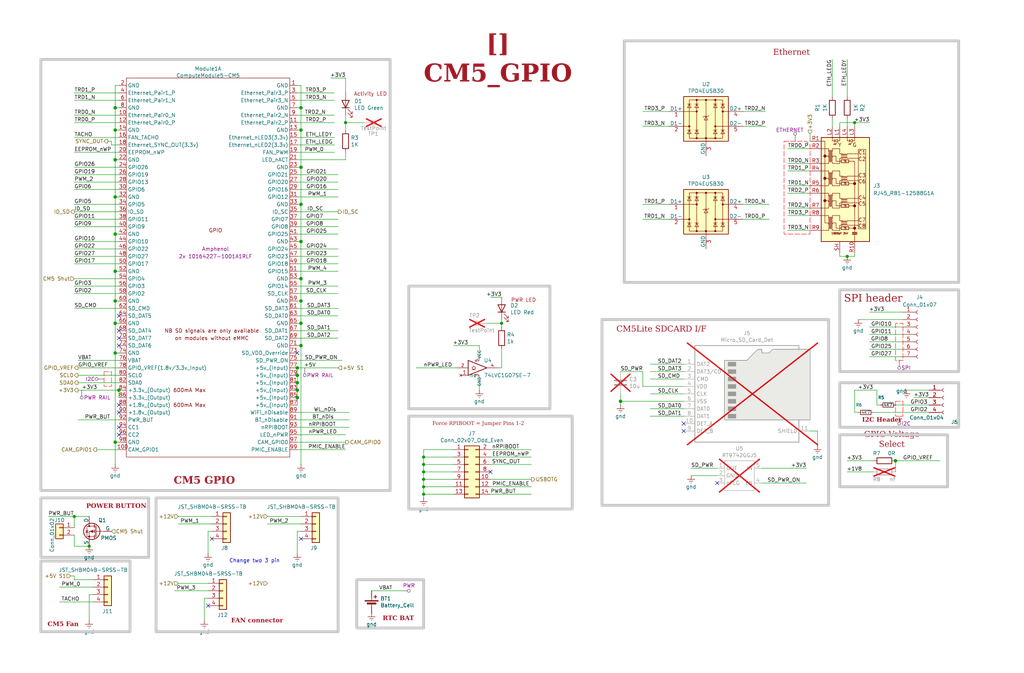
<source format=kicad_sch>
(kicad_sch (version 20250114) (generator "eeschema") (generator_version "9.0")
  (paper "User" 350 230)
  (title_block (title "CM5_GPIO") (date "Last Modified Date") (rev "${REVISION}") (company "${COMPANY}"))
  (rectangle (start 287.02 148.59) (end 323.85 166.37) (stroke (width 1) (color 200 200 200 1)))
  (rectangle (start 13.97 191.77) (end 44.45 215.9) (stroke (width 1) (color 200 200 200 1)))
  (rectangle (start 139.7 97.79) (end 187.96 139.7) (stroke (width 1) (color 200 200 200 1)))
  (rectangle (start 13.97 20.32) (end 133.35 167.64) (stroke (width 1) (color 200 200 200 1)))
  (rectangle (start 205.74 109.22) (end 283.21 172.72) (stroke (width 1) (color 200 200 200 1)))
  (rectangle (start 13.97 170.18) (end 50.8 190.5) (stroke (width 1) (color 200 200 200 1)))
  (rectangle (start 121.92 198.12) (end 144.78 214.63) (stroke (width 1) (color 200 200 200 1)))
  (rectangle (start 139.7 142.24) (end 195.58 173.99) (stroke (width 1) (color 200 200 200 1)))
  (rectangle (start 287.02 130.81) (end 327.66 146.05) (stroke (width 1) (color 200 200 200 1)))
  (rectangle (start 53.34 170.18) (end 115.57 215.9) (stroke (width 1) (color 200 200 200 1)))
  (rectangle (start 287.02 99.06) (end 327.66 127) (stroke (width 1) (color 200 200 200 1)))
  (rectangle (start 213.36 13.97) (end 327.66 96.52) (stroke (width 1) (color 200 200 200 1)))
  (text "Force RPIBOOT = Jumper Pins 1-2 \n" (at 179.705 146.05 0) (effects (font (size 1.27 1.27)) (justify right bottom)))
  (text "Activity LED" (at 120.904 33.02 0) (effects (font (size 1.27 1.27)) (justify left bottom)))
  (text "Change two 3 pin" (at 86.995 191.77 0) (effects (font (size 1.27 1.27))))
  (text "PWR LED" (at 174.625 103.505 0) (effects (font (size 1.27 1.27)) (justify left bottom)))
  (text "POWER BUTTON" (at 29.464 174.498 0) (effects (font (size 1.524 1.524) (bold yes)) (justify left bottom)))
  (text "I2C Header\n" (at 294.64 145.034 0) (effects (font (size 1.524 1.524) (bold yes)) (justify left bottom)))
  (text "FAN connector\n" (at 78.994 213.614 0) (effects (font (size 1.524 1.524) (bold yes)) (justify left bottom)))
  (text "CM5 Fan\n" (at 16.256 214.884 0) (effects (font (size 1.524 1.524) (bold yes)) (justify left bottom)))
  (text "RTC BAT" (at 130.81 212.852 0) (effects (font (size 1.524 1.524) (bold yes)) (justify left bottom)))
  (text_box "GPIO Voltage Select" (at 290.83 145.415 0) (size 27.94 9.525) (margins 1.9049 1.9049 1.9049 1.9049) (stroke (width -0.0001)) (effects (font (size 2 2) (thickness 0.3175)) (justify bottom)))
  (text_box "CM5Lite SDCARD I/F" (at 205.74 106.045 0) (size 40.64 9.525) (margins 1.9049 1.9049 1.9049 1.9049) (stroke (width -0.0001)) (effects (font (size 2 2) (thickness 0.3175)) (justify bottom)))
  (text_box "CM5 GPIO" (at -25.4 160.02 0) (size 190.5 7.62) (margins 1.9049 1.9049 1.9049 1.9049) (stroke (width -0.0001)) (effects (font (size 2.54 2.54) (thickness 0.508) (bold yes)) (justify bottom)))
  (text_box "SPI header\n" (at 276.86 95.885 0) (size 43.18 9.525) (margins 1.9049 1.9049 1.9049 1.9049) (stroke (width -0.0001)) (effects (font (size 2.54 2.54) (thickness 0.3175)) (justify bottom)))
  (text_box "[${#}] ${TITLE}" (at 134.62 13.97 0) (size 71.12 12.7) (margins 5.9999 5.9999 5.9999 5.9999) (stroke (width -0.0001)) (effects (font (size 6 6) (thickness 1.2) (bold yes))))
  (text_box "Ethernet\n" (at 256.54 11.43 0) (size 27.94 9.525) (margins 1.9049 1.9049 1.9049 1.9049) (stroke (width -0.0001)) (effects (font (size 2 2) (thickness 0.3175)) (justify bottom)))
  (junction (at 102.87 82.55) (diameter 1.016))
  (junction (at 39.37 54.61) (diameter 1.016))
  (junction (at 292.1 41.91))
  (junction (at 118.11 41.91))
  (junction (at 102.87 110.49) (diameter 1.016))
  (junction (at 144.78 156.21))
  (junction (at 144.78 166.37))
  (junction (at 101.6 125.73) (diameter 1.016))
  (junction (at 306.07 157.48) (diameter 1.016))
  (junction (at 212.09 137.16) (diameter 1.016))
  (junction (at 39.37 67.31) (diameter 1.016))
  (junction (at 102.87 69.85) (diameter 1.016))
  (junction (at 40.64 133.35) (diameter 1.016))
  (junction (at 30.48 186.69))
  (junction (at 25.4 176.53))
  (junction (at 102.87 44.45) (diameter 1.016))
  (junction (at 101.6 135.89) (diameter 1.016))
  (junction (at 39.37 151.13) (diameter 1.016))
  (junction (at 144.78 163.83))
  (junction (at 39.37 80.01) (diameter 1.016))
  (junction (at 39.37 44.45) (diameter 1.016))
  (junction (at 102.87 57.15) (diameter 1.016))
  (junction (at 102.87 95.25) (diameter 1.016))
  (junction (at 144.78 158.75))
  (junction (at 101.6 130.81) (diameter 1.016))
  (junction (at 102.87 102.87) (diameter 1.016))
  (junction (at 289.56 87.63))
  (junction (at 39.37 92.71) (diameter 1.016))
  (junction (at 39.37 120.65) (diameter 1.016))
  (junction (at 101.6 128.27) (diameter 1.016))
  (junction (at 102.87 118.11) (diameter 1.016))
  (junction (at 39.37 110.49) (diameter 1.016))
  (junction (at 39.37 36.83) (diameter 1.016))
  (junction (at 39.37 102.87) (diameter 1.016))
  (junction (at 102.87 36.83) (diameter 1.016))
  (junction (at 144.78 168.91))
  (junction (at 101.6 133.35) (diameter 1.016))
  (junction (at 144.78 161.29))
  (junction (at 171.45 110.49))
  (no_connect (at 40.64 148.59))
  (no_connect (at 102.87 184.15))
  (no_connect (at 233.68 144.78))
  (no_connect (at 40.64 107.95))
  (no_connect (at 40.64 115.57))
  (no_connect (at 72.39 184.15))
  (no_connect (at 245.11 165.1))
  (no_connect (at 101.6 120.65))
  (no_connect (at 40.64 146.05))
  (no_connect (at 71.12 207.01))
  (no_connect (at 40.64 113.03))
  (no_connect (at 233.68 147.32))
  (no_connect (at 40.64 138.43))
  (no_connect (at 40.64 140.97))
  (no_connect (at 40.64 118.11))
  (no_connect (at 167.64 161.29))
  (wire (pts (xy 306.07 157.48) (xy 306.07 161.29)))
  (wire (pts (xy 16.51 176.53) (xy 25.4 176.53)))
  (wire (pts (xy 163.83 128.27) (xy 163.83 133.35)))
  (wire (pts (xy 101.6 102.87) (xy 102.87 102.87)))
  (wire (pts (xy 102.87 118.11) (xy 102.87 158.75)))
  (wire (pts (xy 101.6 62.23) (xy 115.57 62.23)))
  (wire (pts (xy 40.64 29.21) (xy 39.37 29.21)))
  (wire (pts (xy 102.87 29.21) (xy 102.87 36.83)))
  (wire (pts (xy 167.64 153.67) (xy 181.61 153.67)))
  (wire (pts (xy 144.78 166.37) (xy 154.94 166.37)))
  (wire (pts (xy 101.6 59.69) (xy 115.57 59.69)))
  (wire (pts (xy 26.67 133.35) (xy 40.64 133.35)))
  (wire (pts (xy 233.68 127) (xy 222.25 127)))
  (wire (pts (xy 91.44 179.07) (xy 102.87 179.07)))
  (wire (pts (xy 101.6 54.61) (xy 118.11 54.61)))
  (wire (pts (xy 39.37 102.87) (xy 40.64 102.87)))
  (wire (pts (xy 297.18 121.92) (xy 308.61 121.92)))
  (wire (pts (xy 101.6 67.31) (xy 115.57 67.31)))
  (wire (pts (xy 102.87 95.25) (xy 102.87 102.87)))
  (wire (pts (xy 101.6 146.05) (xy 119.38 146.05)))
  (wire (pts (xy 102.87 181.61) (xy 101.6 181.61)))
  (wire (pts (xy 25.4 62.23) (xy 40.64 62.23)))
  (wire (pts (xy 276.86 66.04) (xy 269.24 66.04)))
  (wire (pts (xy 25.4 176.53) (xy 25.4 180.34)))
  (wire (pts (xy 289.56 40.64) (xy 289.56 43.18)))
  (wire (pts (xy 306.07 157.48) (xy 321.31 157.48)))
  (wire (pts (xy 26.67 130.81) (xy 40.64 130.81)))
  (wire (pts (xy 144.78 156.21) (xy 154.94 156.21)))
  (wire (pts (xy 233.68 142.24) (xy 222.25 142.24)))
  (wire (pts (xy 144.78 163.83) (xy 144.78 166.37)))
  (wire (pts (xy 284.48 20.32) (xy 284.48 33.02)))
  (wire (pts (xy 25.4 31.75) (xy 40.64 31.75)))
  (wire (pts (xy 101.6 64.77) (xy 115.57 64.77)))
  (wire (pts (xy 309.88 133.35) (xy 317.5 133.35)))
  (wire (pts (xy 297.18 116.84) (xy 308.61 116.84)))
  (wire (pts (xy 254 38.1) (xy 261.62 38.1)))
  (wire (pts (xy 59.69 201.93) (xy 71.12 201.93)))
  (wire (pts (xy 245.11 162.56) (xy 236.22 162.56)))
  (wire (pts (xy 171.45 101.6) (xy 167.64 101.6)))
  (wire (pts (xy 25.4 90.17) (xy 40.64 90.17)))
  (wire (pts (xy 289.56 20.32) (xy 289.56 33.02)))
  (wire (pts (xy 25.4 85.09) (xy 40.64 85.09)))
  (wire (pts (xy 297.18 111.76) (xy 308.61 111.76)))
  (wire (pts (xy 167.64 163.83) (xy 181.61 163.83)))
  (wire (pts (xy 167.64 158.75) (xy 181.61 158.75)))
  (wire (pts (xy 25.4 34.29) (xy 40.64 34.29)))
  (wire (pts (xy 101.6 140.97) (xy 119.38 140.97)))
  (wire (pts (xy 289.56 87.63) (xy 287.02 87.63)))
  (wire (pts (xy 72.39 181.61) (xy 71.12 181.61)))
  (wire (pts (xy 219.71 38.1) (xy 228.6 38.1)))
  (wire (pts (xy 276.86 78.74) (xy 269.24 78.74)))
  (wire (pts (xy 101.6 52.07) (xy 114.3 52.07)))
  (wire (pts (xy 101.6 74.93) (xy 115.57 74.93)))
  (wire (pts (xy 292.1 133.35) (xy 292.1 140.97)))
  (wire (pts (xy 298.45 140.97) (xy 317.5 140.97)))
  (wire (pts (xy 39.37 151.13) (xy 39.37 158.75)))
  (wire (pts (xy 33.02 153.67) (xy 40.64 153.67)))
  (wire (pts (xy 260.35 165.1) (xy 275.59 165.1)))
  (wire (pts (xy 25.4 77.47) (xy 40.64 77.47)))
  (wire (pts (xy 163.83 118.11) (xy 154.94 118.11)))
  (wire (pts (xy 127 201.93) (xy 137.16 201.93)))
  (wire (pts (xy 293.37 109.22) (xy 308.61 109.22)))
  (wire (pts (xy 102.87 69.85) (xy 102.87 82.55)))
  (wire (pts (xy 144.78 153.67) (xy 154.94 153.67)))
  (wire (pts (xy 40.64 151.13) (xy 39.37 151.13)))
  (wire (pts (xy 276.86 55.88) (xy 269.24 55.88)))
  (wire (pts (xy 297.18 119.38) (xy 308.61 119.38)))
  (wire (pts (xy 25.4 52.07) (xy 40.64 52.07)))
  (wire (pts (xy 101.6 128.27) (xy 101.6 130.81)))
  (wire (pts (xy 25.4 64.77) (xy 40.64 64.77)))
  (wire (pts (xy 69.85 204.47) (xy 69.85 212.09)))
  (wire (pts (xy 39.37 92.71) (xy 39.37 102.87)))
  (wire (pts (xy 38.1 48.26) (xy 38.1 49.53)))
  (wire (pts (xy 26.67 125.73) (xy 40.64 125.73)))
  (wire (pts (xy 24.13 196.85) (xy 25.4 196.85)))
  (wire (pts (xy 276.86 50.8) (xy 269.24 50.8)))
  (wire (pts (xy 25.4 196.85) (xy 25.4 198.12)))
  (wire (pts (xy 297.18 106.68) (xy 308.61 106.68)))
  (wire (pts (xy 102.87 110.49) (xy 102.87 118.11)))
  (wire (pts (xy 219.71 132.08) (xy 219.71 127)))
  (wire (pts (xy 101.6 36.83) (xy 102.87 36.83)))
  (wire (pts (xy 254 74.93) (xy 262.89 74.93)))
  (wire (pts (xy 39.37 54.61) (xy 39.37 67.31)))
  (wire (pts (xy 101.6 72.39) (xy 115.57 72.39)))
  (wire (pts (xy 25.4 176.53) (xy 30.48 176.53)))
  (wire (pts (xy 101.6 118.11) (xy 102.87 118.11)))
  (wire (pts (xy 292.1 41.91) (xy 292.1 43.18)))
  (wire (pts (xy 25.4 69.85) (xy 40.64 69.85)))
  (wire (pts (xy 25.4 87.63) (xy 40.64 87.63)))
  (wire (pts (xy 101.6 143.51) (xy 119.38 143.51)))
  (wire (pts (xy 25.4 105.41) (xy 40.64 105.41)))
  (wire (pts (xy 39.37 110.49) (xy 39.37 120.65)))
  (wire (pts (xy 25.4 39.37) (xy 40.64 39.37)))
  (wire (pts (xy 39.37 80.01) (xy 39.37 92.71)))
  (wire (pts (xy 144.78 166.37) (xy 144.78 168.91)))
  (wire (pts (xy 171.45 110.49) (xy 171.45 111.76)))
  (wire (pts (xy 113.03 26.67) (xy 118.11 26.67)))
  (wire (pts (xy 144.78 153.67) (xy 144.78 156.21)))
  (wire (pts (xy 306.07 138.43) (xy 317.5 138.43)))
  (wire (pts (xy 102.87 44.45) (xy 102.87 57.15)))
  (wire (pts (xy 101.6 57.15) (xy 102.87 57.15)))
  (wire (pts (xy 101.6 130.81) (xy 101.6 133.35)))
  (wire (pts (xy 101.6 181.61) (xy 101.6 189.23)))
  (wire (pts (xy 101.6 44.45) (xy 102.87 44.45)))
  (wire (pts (xy 101.6 153.67) (xy 118.11 153.67)))
  (wire (pts (xy 101.6 115.57) (xy 115.57 115.57)))
  (wire (pts (xy 300.99 138.43) (xy 299.72 138.43)))
  (wire (pts (xy 219.71 43.18) (xy 228.6 43.18)))
  (wire (pts (xy 144.78 156.21) (xy 144.78 158.75)))
  (wire (pts (xy 101.6 151.13) (xy 118.11 151.13)))
  (wire (pts (xy 276.86 147.32) (xy 279.4 147.32)))
  (wire (pts (xy 144.78 168.91) (xy 144.78 170.18)))
  (wire (pts (xy 101.6 107.95) (xy 115.57 107.95)))
  (wire (pts (xy 292.1 87.63) (xy 289.56 87.63)))
  (wire (pts (xy 26.67 143.51) (xy 40.64 143.51)))
  (wire (pts (xy 228.6 74.93) (xy 219.71 74.93)))
  (wire (pts (xy 25.4 82.55) (xy 40.64 82.55)))
  (wire (pts (xy 101.6 87.63) (xy 115.57 87.63)))
  (wire (pts (xy 40.64 44.45) (xy 39.37 44.45)))
  (wire (pts (xy 39.37 67.31) (xy 40.64 67.31)))
  (wire (pts (xy 297.18 114.3) (xy 308.61 114.3)))
  (wire (pts (xy 101.6 49.53) (xy 114.3 49.53)))
  (wire (pts (xy 40.64 36.83) (xy 39.37 36.83)))
  (wire (pts (xy 39.37 110.49) (xy 40.64 110.49)))
  (wire (pts (xy 171.45 109.22) (xy 171.45 110.49)))
  (wire (pts (xy 25.4 41.91) (xy 40.64 41.91)))
  (wire (pts (xy 39.37 102.87) (xy 39.37 110.49)))
  (wire (pts (xy 25.4 100.33) (xy 40.64 100.33)))
  (wire (pts (xy 36.83 48.26) (xy 38.1 48.26)))
  (wire (pts (xy 212.09 137.16) (xy 233.68 137.16)))
  (wire (pts (xy 39.37 54.61) (xy 40.64 54.61)))
  (wire (pts (xy 212.09 127) (xy 219.71 127)))
  (wire (pts (xy 25.4 97.79) (xy 40.64 97.79)))
  (wire (pts (xy 25.4 46.99) (xy 40.64 46.99)))
  (wire (pts (xy 25.4 72.39) (xy 40.64 72.39)))
  (wire (pts (xy 25.4 186.69) (xy 30.48 186.69)))
  (wire (pts (xy 144.78 161.29) (xy 154.94 161.29)))
  (wire (pts (xy 276.86 58.42) (xy 269.24 58.42)))
  (wire (pts (xy 101.6 41.91) (xy 114.3 41.91)))
  (wire (pts (xy 102.87 82.55) (xy 102.87 95.25)))
  (wire (pts (xy 254 69.85) (xy 262.89 69.85)))
  (wire (pts (xy 101.6 125.73) (xy 101.6 128.27)))
  (wire (pts (xy 171.45 119.38) (xy 171.45 125.73)))
  (wire (pts (xy 39.37 67.31) (xy 39.37 80.01)))
  (wire (pts (xy 101.6 29.21) (xy 102.87 29.21)))
  (wire (pts (xy 101.6 77.47) (xy 115.57 77.47)))
  (wire (pts (xy 222.25 124.46) (xy 233.68 124.46)))
  (wire (pts (xy 20.32 205.74) (xy 31.75 205.74)))
  (wire (pts (xy 101.6 133.35) (xy 101.6 135.89)))
  (wire (pts (xy 144.78 158.75) (xy 144.78 161.29)))
  (wire (pts (xy 115.57 105.41) (xy 101.6 105.41)))
  (wire (pts (xy 276.86 73.66) (xy 269.24 73.66)))
  (wire (pts (xy 212.09 137.16) (xy 212.09 138.43)))
  (wire (pts (xy 102.87 57.15) (xy 102.87 69.85)))
  (wire (pts (xy 118.11 41.91) (xy 124.46 41.91)))
  (wire (pts (xy 287.02 43.18) (xy 287.02 41.91)))
  (wire (pts (xy 233.68 132.08) (xy 219.71 132.08)))
  (wire (pts (xy 279.4 147.32) (xy 279.4 152.4)))
  (wire (pts (xy 101.6 123.19) (xy 116.84 123.19)))
  (wire (pts (xy 26.67 123.19) (xy 40.64 123.19)))
  (wire (pts (xy 101.6 135.89) (xy 101.6 138.43)))
  (wire (pts (xy 144.78 158.75) (xy 154.94 158.75)))
  (wire (pts (xy 219.71 69.85) (xy 228.6 69.85)))
  (wire (pts (xy 101.6 110.49) (xy 102.87 110.49)))
  (wire (pts (xy 26.67 128.27) (xy 40.64 128.27)))
  (wire (pts (xy 289.56 161.29) (xy 298.45 161.29)))
  (wire (pts (xy 167.64 166.37) (xy 181.61 166.37)))
  (wire (pts (xy 297.18 41.91) (xy 292.1 41.91)))
  (wire (pts (xy 39.37 36.83) (xy 39.37 44.45)))
  (wire (pts (xy 101.6 34.29) (xy 114.3 34.29)))
  (wire (pts (xy 144.78 163.83) (xy 154.94 163.83)))
  (wire (pts (xy 31.75 203.2) (xy 30.48 203.2)))
  (wire (pts (xy 312.42 135.89) (xy 317.5 135.89)))
  (wire (pts (xy 144.78 168.91) (xy 154.94 168.91)))
  (wire (pts (xy 289.56 157.48) (xy 298.45 157.48)))
  (wire (pts (xy 166.37 110.49) (xy 171.45 110.49)))
  (wire (pts (xy 299.72 138.43) (xy 299.72 133.35)))
  (wire (pts (xy 39.37 120.65) (xy 39.37 151.13)))
  (wire (pts (xy 101.6 97.79) (xy 115.57 97.79)))
  (wire (pts (xy 101.6 148.59) (xy 118.11 148.59)))
  (wire (pts (xy 25.4 198.12) (xy 31.75 198.12)))
  (wire (pts (xy 39.37 92.71) (xy 40.64 92.71)))
  (wire (pts (xy 101.6 39.37) (xy 114.3 39.37)))
  (wire (pts (xy 212.09 134.62) (xy 212.09 137.16)))
  (wire (pts (xy 101.6 31.75) (xy 114.3 31.75)))
  (wire (pts (xy 171.45 125.73) (xy 170.18 125.73)))
  (wire (pts (xy 167.64 168.91) (xy 181.61 168.91)))
  (wire (pts (xy 39.37 120.65) (xy 40.64 120.65)))
  (wire (pts (xy 118.11 44.45) (xy 118.11 41.91)))
  (wire (pts (xy 142.24 125.73) (xy 156.21 125.73)))
  (wire (pts (xy 101.6 92.71) (xy 115.57 92.71)))
  (wire (pts (xy 292.1 86.36) (xy 292.1 87.63)))
  (wire (pts (xy 284.48 40.64) (xy 284.48 43.18)))
  (wire (pts (xy 118.11 54.61) (xy 118.11 52.07)))
  (wire (pts (xy 101.6 69.85) (xy 102.87 69.85)))
  (wire (pts (xy 163.83 123.19) (xy 163.83 118.11)))
  (wire (pts (xy 222.25 139.7) (xy 233.68 139.7)))
  (wire (pts (xy 101.6 46.99) (xy 114.3 46.99)))
  (wire (pts (xy 25.4 74.93) (xy 40.64 74.93)))
  (wire (pts (xy 222.25 129.54) (xy 233.68 129.54)))
  (wire (pts (xy 25.4 57.15) (xy 40.64 57.15)))
  (wire (pts (xy 299.72 133.35) (xy 292.1 133.35)))
  (wire (pts (xy 40.64 135.89) (xy 40.64 133.35)))
  (wire (pts (xy 20.32 200.66) (xy 31.75 200.66)))
  (wire (pts (xy 101.6 82.55) (xy 102.87 82.55)))
  (wire (pts (xy 71.12 204.47) (xy 69.85 204.47)))
  (wire (pts (xy 276.86 45.72) (xy 276.86 48.26)))
  (wire (pts (xy 101.6 95.25) (xy 102.87 95.25)))
  (wire (pts (xy 101.6 85.09) (xy 115.57 85.09)))
  (wire (pts (xy 39.37 44.45) (xy 39.37 54.61)))
  (wire (pts (xy 254 43.18) (xy 261.62 43.18)))
  (wire (pts (xy 144.78 161.29) (xy 144.78 163.83)))
  (wire (pts (xy 39.37 80.01) (xy 40.64 80.01)))
  (wire (pts (xy 118.11 41.91) (xy 118.11 39.37)))
  (wire (pts (xy 25.4 95.25) (xy 40.64 95.25)))
  (wire (pts (xy 245.11 160.02) (xy 236.22 160.02)))
  (wire (pts (xy 101.6 90.17) (xy 115.57 90.17)))
  (wire (pts (xy 276.86 63.5) (xy 269.24 63.5)))
  (wire (pts (xy 118.11 26.67) (xy 118.11 31.75)))
  (wire (pts (xy 30.48 203.2) (xy 30.48 212.09)))
  (wire (pts (xy 287.02 41.91) (xy 292.1 41.91)))
  (wire (pts (xy 102.87 102.87) (xy 102.87 110.49)))
  (wire (pts (xy 292.1 140.97) (xy 293.37 140.97)))
  (wire (pts (xy 167.64 156.21) (xy 181.61 156.21)))
  (wire (pts (xy 233.68 134.62) (xy 222.25 134.62)))
  (wire (pts (xy 25.4 59.69) (xy 40.64 59.69)))
  (wire (pts (xy 287.02 87.63) (xy 287.02 86.36)))
  (wire (pts (xy 115.57 100.33) (xy 101.6 100.33)))
  (wire (pts (xy 25.4 182.88) (xy 25.4 186.69)))
  (wire (pts (xy 91.44 176.53) (xy 102.87 176.53)))
  (wire (pts (xy 39.37 29.21) (xy 39.37 36.83)))
  (wire (pts (xy 276.86 71.12) (xy 269.24 71.12)))
  (wire (pts (xy 60.96 199.39) (xy 71.12 199.39)))
  (wire (pts (xy 71.12 181.61) (xy 71.12 189.23)))
  (wire (pts (xy 101.6 125.73) (xy 115.57 125.73)))
  (wire (pts (xy 115.57 113.03) (xy 101.6 113.03)))
  (wire (pts (xy 260.35 160.02) (xy 275.59 160.02)))
  (wire (pts (xy 101.6 80.01) (xy 115.57 80.01)))
  (wire (pts (xy 102.87 36.83) (xy 102.87 44.45)))
  (wire (pts (xy 38.1 49.53) (xy 40.64 49.53)))
  (wire (pts (xy 60.96 179.07) (xy 72.39 179.07)))
  (wire (pts (xy 60.96 176.53) (xy 72.39 176.53)))
  (label "GPIO25" (at 111.76 80.01 180))
  (label "ETH_LEDY" (at 104.394 46.99 0))
  (label "GPIO25" (at 304.8 119.38 180))
  (label "GPIO9" (at 25.4 77.47 0))
  (label "GPIO10" (at 25.4 82.55 0))
  (label "WL_nDis" (at 114.935 140.97 180))
  (label "PMIC_ENABLE" (at 118.11 153.67 180))
  (label "TRD3_N" (at 269.24 78.74 0))
  (label "SYNC_OUT" (at 177.8 158.75 180))
  (label "" (at 149.86 163.83 180))
  (label "GPIO6" (at 25.4 64.77 0))
  (label "GPIO_VREF" (at 26.67 125.73 0))
  (label "TRD1_N" (at 25.4 34.29 0))
  (label "TRD3_P" (at 269.24 73.66 0))
  (label "SD_DAT2" (at 224.79 124.46 0))
  (label "+3V3" (at 298.45 133.35 180))
  (label "TRD2_N" (at 104.14 39.37 0))
  (label "GPIO20" (at 111.76 62.23 180))
  (label "ETH_LEDG" (at 284.48 20.32 270))
  (label "SD_DAT0" (at 113.03 107.95 180))
  (label "+1V8" (at 294.64 161.29 180))
  (label "" (at 149.86 153.67 180))
  (label "TRD3_N" (at 104.394 34.29 0))
  (label "ETH_LEDG" (at 104.394 49.53 0))
  (label "+3V3" (at 317.5 135.89 180))
  (label "TRD3_P" (at 104.394 31.75 0))
  (label "SD_CMD" (at 25.4 105.41 0))
  (label "" (at 149.86 158.75 180))
  (label "GPIO_VREF" (at 308.61 157.48 0))
  (label "EEPROM_nWP" (at 25.4 52.07 0))
  (label "TRD1_N" (at 269.24 63.5 0))
  (label "SD_DAT2" (at 113.03 115.57 180))
  (label "PWR_BUT" (at 28.956 143.51 0))
  (label "TACHO" (at 20.955 205.74 0))
  (label "TRD2_P" (at 104.394 41.91 0))
  (label "BT_nDis" (at 114.1476 143.51 180))
  (label "GPIO16" (at 111.76 64.77 180))
  (label "GPIO18" (at 111.76 90.17 180))
  (label "TRD2_N" (at 269.24 71.12 0))
  (label "PWM_2" (at 25.4 62.23 0))
  (label "GPIO3" (at 311.15 138.43 0))
  (label "nRPIBOOT" (at 105.41 146.05 0))
  (label "GPIO21" (at 111.76 59.69 180))
  (label "TRD0_P" (at 25.4 41.91 0))
  (label "+3V3" (at 297.18 41.91 180))
  (label "+3V3" (at 275.59 160.02 180))
  (label "TRD0_N" (at 25.4 39.37 0))
  (label "TRD2_P" (at 261.62 43.18 180))
  (label "PWM_0" (at 20.955 200.66 0))
  (label "PWM_1" (at 61.595 179.07 0))
  (label "PWR_BUT" (at 167.64 168.91 0))
  (label "SD_CMD" (at 224.79 129.54 0))
  (label "SD_PWR" (at 236.22 160.02 0))
  (label "" (at 149.86 166.37 180))
  (label "GPIO11" (at 25.4 74.93 0))
  (label "+5V" (at 107.95 125.73 180))
  (label "TRD1_P" (at 227.33 69.85 180))
  (label "SD_DAT3" (at 224.79 127 0))
  (label "+3V3" (at 294.64 157.48 180))
  (label "SD_PWR_ON" (at 104.14 123.19 0))
  (label "TACHO" (at 25.4 46.99 0))
  (label "TRD3_P" (at 227.33 38.1 180))
  (label "TRD1_P" (at 25.4 31.75 0))
  (label "PWM_0" (at 104.14 52.07 0))
  (label "ID_SD" (at 25.4 72.39 0))
  (label "SD_DAT0" (at 224.79 139.7 0))
  (label "" (at 149.86 161.29 180))
  (label "SD_DAT1" (at 224.79 142.24 0))
  (label "ETH_LEDY" (at 289.56 20.32 270))
  (label "GPIO17" (at 25.4 90.17 0))
  (label "GPIO27" (at 25.4 87.63 0))
  (label "GPIO23" (at 111.76 87.63 180))
  (label "GPIO5" (at 25.4 69.85 0))
  (label "TRD1_N" (at 227.33 74.93 180))
  (label "GPIO11" (at 304.8 114.3 180))
  (label "SD_DAT1" (at 113.03 113.03 180))
  (label "+3V3" (at 302.26 106.68 180))
  (label "TRD0_N" (at 269.24 55.88 0))
  (label "VBAT" (at 26.67 123.19 0))
  (label "" (at 149.86 168.91 180))
  (label "nPWR_LED" (at 105.41 148.59 0))
  (label "GPIO3" (at 25.4 97.79 0))
  (label "PWM_4" (at 111.76 92.71 180))
  (label "GPIO19" (at 25.4 59.69 0))
  (label "SD_CLK" (at 224.79 134.62 0))
  (label "GPIO26" (at 25.4 57.15 0))
  (label "TRD3_N" (at 227.33 43.18 180))
  (label "VBAT" (at 129.54 201.93 0))
  (label "+3V3" (at 118.11 26.67 180))
  (label "TRD2_N" (at 261.62 38.1 180))
  (label "PMIC_ENABLE" (at 180.975 166.37 180))
  (label "TRD0_N" (at 261.62 69.85 180))
  (label "+3V3" (at 160.02 118.11 180))
  (label "nPWR_LED" (at 144.78 125.73 0))
  (label "PWM_3" (at 111.76 97.79 180))
  (label "SD_CLK" (at 111.76 100.33 180))
  (label "GPIO8" (at 303.53 116.84 180))
  (label "nRPIBOOT" (at 177.546 153.67 180))
  (label "+3V3" (at 171.45 101.6 180))
  (label "PWR_BUT" (at 16.51 176.53 0))
  (label "GPIO24" (at 111.76 85.09 180))
  (label "TRD0_P" (at 269.24 50.8 0))
  (label "GPIO7" (at 110.49 74.93 180))
  (label "TRD0_P" (at 261.62 74.93 180))
  (label "SD_DAT3" (at 113.03 105.41 180))
  (label "PWM_1" (at 111.76 67.31 180))
  (label "EEPROM_nWP" (at 180.848 156.21 180))
  (label "PWM_2" (at 92.075 179.07 0))
  (label "GPIO2" (at 25.4 100.33 0))
  (label "GPIO22" (at 25.4 85.09 0))
  (label "GPIO27" (at 304.8 121.92 180))
  (label "GPIO2" (at 311.15 140.97 0))
  (label "GPIO8" (at 110.49 77.47 180))
  (label "PWM_3" (at 60.325 201.93 0))
  (label "ID_SC" (at 110.49 72.39 180))
  (label "TRD2_P" (at 269.24 66.04 0))
  (label "GPIO10" (at 304.8 111.76 180))
  (label "" (at 149.86 156.21 180))
  (label "SD_PWR_ON" (at 262.255 165.1 0))
  (label "SD_PWR" (at 212.09 127 0))
  (label "TRD1_P" (at 269.24 58.42 0))
  (label "+3V3" (at 27.94 133.35 0))
  (hierarchical_label "CM5 Shut" (shape input) (at 38.1 181.61 0))
  (hierarchical_label "ID_SD" (shape output) (at 25.4 72.39 180))
  (hierarchical_label "+12V" (shape input) (at 91.44 199.39 180))
  (hierarchical_label "+12V" (shape input) (at 60.96 176.53 180))
  (hierarchical_label "SDA0" (shape output) (at 26.67 130.81 180))
  (hierarchical_label "CAM_GPIO1" (shape output) (at 33.02 153.67 180))
  (hierarchical_label "+3V3" (shape input) (at 276.86 45.72 90))
  (hierarchical_label "CAM_GPIO0" (shape output) (at 118.11 151.13 0))
  (hierarchical_label "ID_SC" (shape output) (at 115.57 72.39 0))
  (hierarchical_label "USBOTG" (shape output) (at 181.61 163.83 0))
  (hierarchical_label "+12V" (shape input) (at 91.44 176.53 180))
  (hierarchical_label "SYNC_OUT" (shape output) (at 36.83 48.26 180))
  (hierarchical_label "+5V S1" (shape input) (at 115.57 125.73 0))
  (hierarchical_label "SCL0" (shape output) (at 26.67 128.27 180))
  (hierarchical_label "+5V S1" (shape input) (at 24.13 196.85 180))
  (hierarchical_label "+3V3" (shape output) (at 26.67 133.35 180))
  (hierarchical_label "CM5 Shut" (shape input) (at 25.4 95.25 180))
  (hierarchical_label "+12V" (shape input) (at 60.96 199.39 180))
  (hierarchical_label "GPIO_VREF" (shape output) (at 26.67 125.73 180))
  (rule_area (polyline (pts (xy 306.07 110.49) (xy 306.07 123.19) (xy 308.61 123.19) (xy 308.61 110.49)) (stroke (width 0) (type dash))))
  (rule_area (polyline (pts (xy 35.56 127) (xy 38.1 127) (xy 38.1 132.08) (xy 35.56 132.08)) (stroke (width 0) (type dash))))
  (rule_area (polyline (pts (xy 306.07 137.16) (xy 308.61 137.16) (xy 308.61 142.24) (xy 306.07 142.24)) (stroke (width 0) (type dash))))
  (rule_area (polyline (pts (xy 267.97 48.26) (xy 275.59 48.26) (xy 276.86 49.53) (xy 276.86 80.01) (xy 267.97 80.01)) (stroke (width 0) (type dash))))
  (netclass_flag "" (length 2.54) (shape round) (at 137.16 201.93 270) (property "Netclass" "PWR" (at 137.668 200.152 0) (effects (justify left))))
  (netclass_flag "" (length 2.54) (shape round) (at 307.34 123.19 180) (property "Netclass" "SPI" (at 308.0385 125.73 0) (effects (justify left))))
  (netclass_flag "" (length 2.54) (shape round) (at 35.56 129.54 90) (property "Netclass" "I2C" (at 29.21 129.54 0) (effects (justify left))))
  (netclass_flag "" (length 2.54) (shape round) (at 271.78 48.26 0) (property "Netclass" "ETHERNET" (at 265.176 44.45 0) (effects (justify left))))
  (netclass_flag "" (length 2.54) (shape round) (at 27.94 133.35 180) (property "Netclass" "PWR RAIL" (at 28.6385 135.89 0) (effects (justify left))))
  (netclass_flag "" (length 2.54) (shape round) (at 307.34 142.24 180) (property "Netclass" "I2C" (at 308.0385 144.78 0) (effects (justify left))))
  (netclass_flag "" (length 2.54) (shape round) (at 104.14 125.73 180) (property "Netclass" "PWR RAIL" (at 104.8385 128.27 0) (effects (justify left))))
  (symbol (lib_id "CM5IO:74LVC1G07_copy") (at 163.83 125.73 0) (unit 1)
    (property "Reference" "U4" (at 165.354 123.19 0) (effects (justify left)))
    (property "Value" "74LVC1G07SE-7" (at 165.354 128.27 0) (effects (justify left)))
    (property "Footprint" "Package_TO_SOT_SMD:SOT-353_SC-70-5" (effects (hide yes)))
    (property "Datasheet" "https://www.diodes.com/assets/Datasheets/74LVC1G07.pdf" (effects (hide yes)))
    (property "Field4" "Farnell" (effects (hide yes)))
    (property "Field5" "2425492" (effects (hide yes)))
    (property "Field6" "74LVC1G07SE-7" (effects (hide yes)))
    (property "Field7" "Diodes" (effects (hide yes)))
    (property "Part Description" "Buffer, Non-Inverting 1 Element 1 Bit per Element Open Drain Output SOT-353" (effects (hide yes)))
  )
  (symbol (lib_id "CM5IO:RT9742GGJ5") (at 254 170.18 0) (unit 1) (in_bom no) (dnp yes)
    (property "Reference" "U5" (at 252.73 153.289 0))
    (property "Value" "RT9742GGJ5" (at 252.73 155.6004 0))
    (property "Footprint" "Package_TO_SOT_SMD:SOT-23-5" (effects (hide yes)))
    (property "Datasheet" "https://www.richtek.com/assets/product_file/RT9742/DS9742-00.pdf" (effects (hide yes)))
    (property "Field4" "Farnell" (effects (hide yes)))
    (property "Field5" "	2545875" (effects (hide yes)))
    (property "Field6" "RT9742GGJ5" (effects (hide yes)))
    (property "Field7" "RichTek" (effects (hide yes)))
    (property "Field8" "USWI00166" (effects (hide yes)))
    (property "Part Description" "	Power Switch/Driver 1:1 N-Channel 1A TSOT-23-5" (effects (hide yes)))
  )
  (symbol (lib_id "power:Earth") (at 236.22 162.56 0) (unit 1)
    (property "Reference" "#PWR016" (effects (hide yes)))
    (property "Value" "gnd" (at 236.22 166.37 0))
    (property "Description" "Power symbol creates a global label with name \"Earth\"" (effects (hide yes)))
  )
  (symbol (lib_id "Device:C") (at 212.09 130.81 0) (unit 1) (in_bom no) (dnp yes)
    (property "Reference" "C3" (at 215.011 129.6416 0) (effects (justify left)))
    (property "Value" "10u" (at 215.011 131.953 0) (effects (justify left)))
    (property "Footprint" "Capacitor_SMD:C_0805_2012Metric" (effects (hide yes)))
    (property "Datasheet" "https://search.murata.co.jp/Ceramy/image/img/A01X/G101/ENG/GRM21BR71A106KA73-01.pdf" (effects (hide yes)))
    (property "Field5" "490-14381-1-ND" (effects (hide yes)))
    (property "Field4" "Digikey" (effects (hide yes)))
    (property "Field6" "GRM21BR71A106KA73L" (effects (hide yes)))
    (property "Field7" "Murata" (effects (hide yes)))
    (property "Part Description" "	10uF 10% 10V Ceramic Capacitor X7R 0805 (2012 Metric)" (effects (hide yes)))
    (property "Field8" "111893011" (effects (hide yes)))
  )
  (symbol (lib_id "power:Earth") (at 39.37 158.75 0) (unit 1)
    (property "Reference" "#PWR014" (effects (hide yes)))
    (property "Value" "gnd" (at 39.37 162.56 0))
    (property "Description" "Power symbol creates a global label with name \"Earth\"" (effects (hide yes)))
  )
  (symbol (lib_id "power:Earth") (at 102.87 158.75 0) (unit 1)
    (property "Reference" "#PWR015" (effects (hide yes)))
    (property "Value" "gnd" (at 102.87 162.56 0))
    (property "Description" "Power symbol creates a global label with name \"Earth\"" (effects (hide yes)))
  )
  (symbol (lib_id "Device:LED") (at 118.11 35.56 90) (unit 1)
    (property "Reference" "D1" (at 121.0818 34.5694 90) (effects (justify right)))
    (property "Value" "LED Green" (at 121.0818 36.8808 90) (effects (justify right)))
    (property "Footprint" "LED_SMD:LED_0603_1608Metric" (effects (hide yes)))
    (property "Datasheet" "http://optoelectronics.liteon.com/upload/download/DS22-2000-226/LTST-S270KGKT.pdf" (effects (hide yes)))
    (property "Field4" "Digikey " (effects (hide yes)))
    (property "Field5" "LTST-S270KGKT" (effects (hide yes)))
    (property "Field6" "SML-A12M8TT86N" (effects (hide yes)))
    (property "Field7" "Rohm" (effects (hide yes)))
    (property "Field8" "650263301" (effects (hide yes)))
    (property "Part Description" "	Green 572nm LED Indication - Discrete 2.2V 2-SMD, No Lead" (effects (hide yes)))
  )
  (symbol (lib_id "Device:R") (at 118.11 48.26 0) (unit 1)
    (property "Reference" "R3" (at 119.888 47.0916 0) (effects (justify left)))
    (property "Value" "1K" (at 119.888 49.403 0) (effects (justify left)))
    (property "Footprint" "Resistor_SMD:R_0603_1608Metric" (effects (hide yes)))
    (property "Datasheet" "https://fscdn.rohm.com/en/products/databook/datasheet/passive/resistor/chip_resistor/mcr-e.pdf" (effects (hide yes)))
    (property "Field4" "Farnell" (effects (hide yes)))
    (property "Field5" "9239235" (effects (hide yes)))
    (property "Field7" "KOA EUROPE GMBH" (effects (hide yes)))
    (property "Field6" "RK73H1ETTP1001F" (effects (hide yes)))
    (property "Part Description" "Resistor 1K M1005 1% 63mW" (effects (hide yes)))
    (property "Field8" "125049511" (effects (hide yes)))
  )
  (symbol (lib_id "power:Earth") (at 163.83 133.35 0) (unit 1)
    (property "Reference" "#PWR010" (effects (hide yes)))
    (property "Value" "gnd" (at 163.83 137.16 0))
    (property "Description" "Power symbol creates a global label with name \"Earth\"" (effects (hide yes)))
  )
  (symbol (lib_name "LED_1") (lib_id "Device:LED") (at 171.45 105.41 90) (unit 1)
    (property "Reference" "D2" (at 174.4218 104.4194 90) (effects (justify right)))
    (property "Value" "LED Red" (at 174.4218 106.7308 90) (effects (justify right)))
    (property "Footprint" "LED_SMD:LED_0603_1608Metric" (effects (hide yes)))
    (property "Datasheet" "http://optoelectronics.liteon.com/upload/download/DS22-2000-210/LTST-S270KRKT.pdf" (effects (hide yes)))
    (property "Field4" "Digikey " (effects (hide yes)))
    (property "Field5" "	LTST-S270KRKT" (effects (hide yes)))
    (property "Field6" "SML-A12U8TT86Q" (effects (hide yes)))
    (property "Field7" "Rohm" (effects (hide yes)))
    (property "Field8" "650295101" (effects (hide yes)))
    (property "Part Description" "	Red 620nm LED Indication - Discrete 2.2V 2-SMD, No Lead" (effects (hide yes)))
  )
  (symbol (lib_id "Device:R") (at 171.45 115.57 0) (unit 1)
    (property "Reference" "R4" (at 173.228 114.4016 0) (effects (justify left)))
    (property "Value" "1k" (at 173.228 116.713 0) (effects (justify left)))
    (property "Footprint" "Resistor_SMD:R_0603_1608Metric" (effects (hide yes)))
    (property "Datasheet" "https://fscdn.rohm.com/en/products/databook/datasheet/passive/resistor/chip_resistor/mcr-e.pdf" (effects (hide yes)))
    (property "Field4" "Farnell" (effects (hide yes)))
    (property "Field5" "9239235" (effects (hide yes)))
    (property "Field7" "KOA EUROPE GMBH" (effects (hide yes)))
    (property "Field6" "RK73H1ETTP1001F" (effects (hide yes)))
    (property "Part Description" "Resistor 1K M1005 1% 63mW" (effects (hide yes)))
    (property "Field8" "125049511" (effects (hide yes)))
  )
  (symbol (lib_id "Connector:TestPoint") (at 166.37 110.49 90) (unit 1) (in_bom no) (dnp yes)
    (property "Reference" "TP2" (at 164.0078 107.823 90) (effects (justify left)))
    (property "Value" "TestPoint" (at 169.0878 112.903 90) (effects (justify left)))
    (property "Footprint" "TestPoint:TestPoint_Pad_1.0x1.0mm" (effects (hide yes)))
    (property "Field4" "nf" (effects (hide yes)))
    (property "Field5" "nf" (effects (hide yes)))
    (property "Field6" "nf" (effects (hide yes)))
    (property "Field7" "nf" (effects (hide yes)))
    (property "Part Description" "Test point" (effects (hide yes)))
  )
  (symbol (lib_id "Device:R") (at 302.26 157.48 90) (unit 1)
    (property "Reference" "R7" (at 300.99 154.94 90) (effects (justify left)))
    (property "Value" "0R" (at 306.07 154.94 90) (effects (justify left)))
    (property "Footprint" "Resistor_SMD:R_0805_2012Metric_Pad1.20x1.40mm_HandSolder" (effects (hide yes)))
    (property "Datasheet" "https://fscdn.rohm.com/en/products/databook/datasheet/passive/resistor/chip_resistor/mcr-e.pdf" (effects (hide yes)))
    (property "Field4" "Farnell" (effects (hide yes)))
    (property "Field5" "9233750" (effects (hide yes)))
    (property "Field7" "Rohm" (effects (hide yes)))
    (property "Field6" "MCR10EZPJ000" (effects (hide yes)))
    (property "Part Description" "Resistor 0R M2012 5% " (effects (hide yes)))
    (property "Field8" "121629591" (effects (hide yes)))
  )
  (symbol (lib_id "Device:R") (at 302.26 161.29 90) (unit 1) (exclude_from_sim yes) (in_bom no) (dnp yes)
    (property "Reference" "R8" (at 300.99 163.83 90) (effects (justify left)))
    (property "Value" "nf" (at 306.07 163.83 90) (effects (justify left)))
    (property "Footprint" "Resistor_SMD:R_0805_2012Metric_Pad1.20x1.40mm_HandSolder" (effects (hide yes)))
    (property "Datasheet" "https://fscdn.rohm.com/en/products/databook/datasheet/passive/resistor/chip_resistor/mcr-e.pdf" (effects (hide yes)))
    (property "Field4" "nf" (effects (hide yes)))
    (property "Field5" "nf" (effects (hide yes)))
    (property "Field6" "nf" (effects (hide yes)))
  )
  (symbol (lib_id "Connector:Micro_SD_Card_Det2") (at 256.54 134.62 0) (unit 1) (in_bom no) (dnp yes)
    (property "Reference" "J5" (at 255.27 113.8682 0))
    (property "Value" "Micro_SD_Card_Det" (at 255.27 116.1796 0))
    (property "Footprint" "DM3AT-SF-PEJM5:DM3ATSFPEJM5" (effects (hide yes)))
    (property "Datasheet" "https://www.hirose.com/product/en/download_file/key_name/DM3/category/Catalog/doc_file_id/49662/?file_category_id=4&item_id=195&is_series=1" (effects (hide yes)))
    (property "Field4" "Farnell" (effects (hide yes)))
    (property "Field5" "2358234" (effects (hide yes)))
    (property "Field6" "503398-1892" (effects (hide yes)))
    (property "Field7" "Molex" (effects (hide yes)))
    (property "Part Description" "9 (8 + 1) Position Card Connector microSD™ Surface Mount, Right Angle Gold" (effects (hide yes)))
    (property "Field8" "UCON00512" (effects (hide yes)))
  )
  (symbol (lib_id "power:Earth") (at 212.09 138.43 0) (unit 1)
    (property "Reference" "#PWR012" (effects (hide yes)))
    (property "Value" "gnd" (at 212.09 142.24 0))
    (property "Description" "Power symbol creates a global label with name \"Earth\"" (effects (hide yes)))
  )
  (symbol (lib_id "power:Earth") (at 279.4 152.4 0) (unit 1)
    (property "Reference" "#PWR013" (effects (hide yes)))
    (property "Value" "gnd" (at 279.4 156.21 0))
    (property "Description" "Power symbol creates a global label with name \"Earth\"" (effects (hide yes)))
  )
  (symbol (lib_id "Connector_Generic:Conn_02x07_Odd_Even") (at 160.02 161.29 0) (unit 1)
    (property "Reference" "J7" (at 161.29 148.1836 0))
    (property "Value" "Conn_02x07_Odd_Even" (at 161.29 150.495 0))
    (property "Footprint" "Connector_PinHeader_2.54mm:PinHeader_2x07_P2.54mm_Vertical" (effects (hide yes)))
    (property "Datasheet" "https://www.toby.co.uk/uploads/publications/1673.pdf" (effects (hide yes)))
    (property "Field4" "Toby" (effects (hide yes)))
    (property "Field5" "THD-07-R" (effects (hide yes)))
    (property "Field6" "THD-07-R" (effects (hide yes)))
    (property "Field7" "Toby" (effects (hide yes)))
    (property "Part Description" "PinHeader_2x07_P2.54mm_Vertical" (effects (hide yes)))
  )
  (symbol (lib_id "Device:Battery_Cell") (at 127 207.01 0) (unit 1)
    (property "Reference" "BT1" (at 129.9972 204.5716 0) (effects (justify left)))
    (property "Value" "Battery_Cell" (at 129.9972 206.883 0) (effects (justify left)))
    (property "Footprint" "Battery:BatteryHolder_Keystone_3034_1x20mm" (effects (hide yes)))
    (property "Datasheet" "https://www.keyelco.com/userAssets/file/M65p9.pdf" (effects (hide yes)))
    (property "Field4" "Digikey" (effects (hide yes)))
    (property "Field5" "36-3034-ND" (effects (hide yes)))
    (property "Field6" "3034" (effects (hide yes)))
    (property "Field7" "Keystone" (effects (hide yes)))
    (property "Part Description" "	Battery Retainer Coin, 20.0mm 1 Cell SMD (SMT) Tab" (effects (hide yes)))
  )
  (symbol (lib_id "power:Earth") (at 101.6 189.23 0) (unit 1)
    (property "Reference" "#PWR020" (effects (hide yes)))
    (property "Value" "gnd" (at 101.6 193.04 0))
    (property "Description" "Power symbol creates a global label with name \"Earth\"" (effects (hide yes)))
  )
  (symbol (lib_id "Connector_Generic:Conn_01x02") (at 20.32 180.34 0) (mirror y) (unit 1)
    (property "Reference" "J10" (at 20.32 177.8 0))
    (property "Value" "Conn_01x02" (at 17.78 182.88 90))
    (property "Footprint" "Connector_JST:JST_GH_BM02B-GHS-TBT_1x02-1MP_P1.25mm_Vertical" (effects (hide yes)))
    (property "Description" "Generic connector, single row, 01x02, script generated (kicad-library-utils/schlib/autogen/connector/)" (effects (hide yes)))
  )
  (symbol (lib_id "power:Earth") (at 69.85 212.09 0) (unit 1)
    (property "Reference" "#PWR023" (effects (hide yes)))
    (property "Value" "gnd" (at 69.85 215.9 0))
    (property "Description" "Power symbol creates a global label with name \"Earth\"" (effects (hide yes)))
  )
  (symbol (lib_id "power:Earth") (at 144.78 170.18 0) (unit 1)
    (property "Reference" "#PWR017" (effects (hide yes)))
    (property "Value" "gnd" (at 144.78 173.99 0))
    (property "Description" "Power symbol creates a global label with name \"Earth\"" (effects (hide yes)))
  )
  (symbol (lib_id "power:Earth") (at 30.48 212.09 0) (unit 1)
    (property "Reference" "#PWR022" (effects (hide yes)))
    (property "Value" "gnd" (at 30.48 215.9 0))
    (property "Description" "Power symbol creates a global label with name \"Earth\"" (effects (hide yes)))
  )
  (symbol (lib_id "CM5IO:TPD4EUSB30") (at 241.3 72.39 0) (unit 1)
    (property "Reference" "U3" (at 241.3 60.5282 0))
    (property "Value" "TPD4EUSB30" (at 241.3 62.8396 0))
    (property "Footprint" "Package_SON:USON-10_2.5x1.0mm_P0.5mm" (effects (hide yes)))
    (property "Datasheet" "http://www.ti.com/lit/ds/symlink/tpd2eusb30a.pdf" (effects (hide yes)))
    (property "Field4" "Farnell" (effects (hide yes)))
    (property "Field5" "2335455" (effects (hide yes)))
    (property "Field6" "CDDFN10-3324P-13" (effects (hide yes)))
    (property "Field7" "Bourns" (effects (hide yes)))
    (property "Field8" "UDIO00346" (effects (hide yes)))
    (property "Part Description" "Quad TVS diode for high speed signals (USB3, GigE etc.)" (effects (hide yes)))
  )
  (symbol (lib_id "power:Earth") (at 293.37 109.22 0) (unit 1)
    (property "Reference" "#PWR09" (effects (hide yes)))
    (property "Value" "gnd" (at 293.37 113.03 0))
    (property "Description" "Power symbol creates a global label with name \"Earth\"" (effects (hide yes)))
  )
  (symbol (lib_id "Connector:Conn_01x07_Socket") (at 313.69 114.3 0) (unit 1)
    (property "Reference" "J4" (at 314.325 101.6 0))
    (property "Value" "Conn_01x07" (at 314.325 104.14 0))
    (property "Footprint" "Connector_JST:JST_GH_SM07B-GHS-TB_1x07-1MP_P1.25mm_Horizontal" (effects (hide yes)))
    (property "Description" "Generic connector, single row, 01x07, script generated" (effects (hide yes)))
  )
  (symbol (lib_id "power:Earth") (at 289.56 87.63 0) (mirror y) (unit 1)
    (property "Reference" "#PWR08" (effects (hide yes)))
    (property "Value" "gnd" (at 289.56 91.44 0))
    (property "Description" "Power symbol creates a global label with name \"Earth\"" (effects (hide yes)))
  )
  (symbol (lib_id "Connector_Generic:Conn_01x04") (at 36.83 200.66 0) (unit 1)
    (property "Reference" "J11" (at 34.925 208.915 0) (effects (justify left)))
    (property "Value" "JST_SHBM04B-SRSS-TB" (at 20.066 194.818 0) (effects (justify left)))
    (property "Footprint" "Connector_JST:JST_SH_BM04B-SRSS-TB_1x04-1MP_P1.00mm_Vertical" (effects (hide yes)))
    (property "Field5" "SHBM04B-SRSS-TB" (effects (hide yes)))
    (property "Field6" "SHBM04B-SRSS-TB" (effects (hide yes)))
    (property "Field7" "JST" (effects (hide yes)))
    (property "Part Description" "4 pin vertical 1mm pitch connector" (effects (hide yes)))
  )
  (symbol (lib_id "Connector_Generic:Conn_01x04") (at 76.2 201.93 0) (unit 1)
    (property "Reference" "J12" (at 74.295 210.185 0) (effects (justify left)))
    (property "Value" "JST_SHBM04B-SRSS-TB" (at 59.436 196.088 0) (effects (justify left)))
    (property "Footprint" "Connector_JST:JST_SH_BM04B-SRSS-TB_1x04-1MP_P1.00mm_Vertical" (effects (hide yes)))
    (property "Field5" "SHBM04B-SRSS-TB" (effects (hide yes)))
    (property "Field6" "SHBM04B-SRSS-TB" (effects (hide yes)))
    (property "Field7" "JST" (effects (hide yes)))
    (property "Part Description" "4 pin vertical 1mm pitch connector" (effects (hide yes)))
  )
  (symbol (lib_id "power:Earth") (at 71.12 189.23 0) (unit 1)
    (property "Reference" "#PWR019" (effects (hide yes)))
    (property "Value" "gnd" (at 71.12 193.04 0))
    (property "Description" "Power symbol creates a global label with name \"Earth\"" (effects (hide yes)))
  )
  (symbol (lib_id "Device:R_Small") (at 295.91 140.97 90) (unit 1)
    (property "Reference" "R6" (at 294.6399 138.43 90) (effects (font (size 1.016 1.016)) (justify left)))
    (property "Value" "4K7" (at 297.434 140.97 90) (effects (font (size 1 1)) (justify left)))
    (property "Footprint" "Resistor_SMD:R_0603_1608Metric" (effects (hide yes)))
    (property "Description" "Resistor, small symbol" (effects (hide yes)))
  )
  (symbol (lib_id "Device:R") (at 289.56 36.83 0) (mirror y) (unit 1)
    (property "Reference" "R2" (at 294.8178 36.83 90))
    (property "Value" "1K" (at 292.5064 36.83 90))
    (property "Footprint" "Resistor_SMD:R_0603_1608Metric" (effects (hide yes)))
    (property "Datasheet" "https://fscdn.rohm.com/en/products/databook/datasheet/passive/resistor/chip_resistor/mcr-e.pdf" (effects (hide yes)))
    (property "Field4" "Farnell" (effects (hide yes)))
    (property "Field5" "9239197" (effects (hide yes)))
    (property "Field7" "KOA EUROPE GMBH" (effects (hide yes)))
    (property "Field6" "RK73G1ETQTP4700D         " (effects (hide yes)))
    (property "Field8" "120887981" (effects (hide yes)))
    (property "Part Description" "Resistor 470R M1005 1% 63mW" (effects (hide yes)))
  )
  (symbol (lib_id "Connector:TestPoint") (at 124.46 41.91 270) (unit 1) (in_bom no) (dnp yes)
    (property "Reference" "TP1" (at 125.73 45.72 90) (effects (justify left)))
    (property "Value" "TestPoint" (at 123.19 43.815 90) (effects (justify left)))
    (property "Footprint" "TestPoint:TestPoint_Pad_1.0x1.0mm" (effects (hide yes)))
    (property "Field4" "nf" (effects (hide yes)))
    (property "Field5" "nf" (effects (hide yes)))
    (property "Field6" "nf" (effects (hide yes)))
    (property "Field7" "nf" (effects (hide yes)))
    (property "Part Description" "Test point" (effects (hide yes)))
  )
  (symbol (lib_id "power:Earth") (at 309.88 133.35 0) (unit 1)
    (property "Reference" "#PWR011" (effects (hide yes)))
    (property "Value" "gnd" (at 308.102 133.604 0))
    (property "Description" "Power symbol creates a global label with name \"Earth\"" (effects (hide yes)))
  )
  (symbol (lib_id "Connector:RJ45_RB1-125B8G1A") (at 289.56 66.04 0) (mirror y) (unit 1)
    (property "Reference" "J3" (at 298.45 63.4999 0) (effects (justify right)))
    (property "Value" "RJ45_RB1-125B8G1A" (at 298.45 66.0399 0) (effects (justify right)))
    (property "Footprint" "Connector_RJ:RJ45_UDE_RB1-125B8G1A" (effects (hide yes)))
    (property "Datasheet" "https://datasheet.lcsc.com/szlcsc/1901091107_UDE-Corp-RB1-125B8G1A_C363353.pdf" (effects (hide yes)))
    (property "Description" "LAN Transformer Jack, RJ45, 10/100/1000 BaseT" (effects (hide yes)))
  )
  (symbol (lib_id "Device:R") (at 284.48 36.83 0) (mirror y) (unit 1)
    (property "Reference" "R1" (at 279.4 36.83 90))
    (property "Value" "1K" (at 281.94 36.83 90))
    (property "Footprint" "Resistor_SMD:R_0603_1608Metric" (effects (hide yes)))
    (property "Datasheet" "https://fscdn.rohm.com/en/products/databook/datasheet/passive/resistor/chip_resistor/mcr-e.pdf" (effects (hide yes)))
    (property "Field4" "Farnell" (effects (hide yes)))
    (property "Field5" "9239197" (effects (hide yes)))
    (property "Field7" "KOA EUROPE GMBH" (effects (hide yes)))
    (property "Field6" "RK73G1ETQTP4700D         " (effects (hide yes)))
    (property "Field8" "120887981" (effects (hide yes)))
    (property "Part Description" "Resistor 470R M1005 1% 63mW" (effects (hide yes)))
  )
  (symbol (lib_id "Connector_Generic:Conn_01x04") (at 77.47 179.07 0) (unit 1)
    (property "Reference" "J8" (at 75.565 187.325 0) (effects (justify left)))
    (property "Value" "JST_SHBM04B-SRSS-TB" (at 60.706 173.228 0) (effects (justify left)))
    (property "Footprint" "Connector_JST:JST_SH_BM04B-SRSS-TB_1x04-1MP_P1.00mm_Vertical" (effects (hide yes)))
    (property "Field5" "SHBM04B-SRSS-TB" (effects (hide yes)))
    (property "Field6" "SHBM04B-SRSS-TB" (effects (hide yes)))
    (property "Field7" "JST" (effects (hide yes)))
    (property "Part Description" "4 pin vertical 1mm pitch connector" (effects (hide yes)))
  )
  (symbol (lib_id "Simulation_SPICE:PMOS") (at 33.02 181.61 0) (mirror y) (unit 1)
    (property "Reference" "Q1" (at 36.322 177.8 0) (effects (justify left)))
    (property "Value" "PMOS" (at 39.878 183.896 0) (effects (justify left)))
    (property "Footprint" "BSS84AKW115:BSS84AKW115" (effects (hide yes)))
    (property "Datasheet" "https://ngspice.sourceforge.io/docs/ngspice-html-manual/manual.xhtml#cha_MOSFETs" (effects (hide yes)))
    (property "Description" "P-MOSFET transistor, drain/source/gate" (effects (hide yes)))
    (property "Sim.Device" "PMOS" (effects (hide yes)))
    (property "Sim.Type" "VDMOS" (effects (hide yes)))
    (property "Sim.Pins" "1=D 2=G 3=S" (effects (hide yes)))
  )
  (symbol (lib_id "CM5IO:ComputeModule5-CM5") (at 73.66 85.09 0) (unit 1)
    (property "Reference" "Module1" (at 71.12 23.495 0))
    (property "Value" "ComputeModule5-CM5" (at 71.12 25.8064 0))
    (property "Footprint" "cm5:Raspberry-Pi-5-Compute-Module" (effects (hide yes)))
    (property "Description" "RaspberryPi Compute module 5" (effects (hide yes)))
    (property "Field4" "Amphenol" (at 73.66 85.09 0))
    (property "Field5" "2x 10164227-1001A1RLF" (at 73.66 87.63 0))
    (property "Field6" "2x 10164227-1001A1RLF" (effects (hide yes)))
    (property "Field7" "Hirose" (effects (hide yes)))
    (property "Part Description" "	100 Position Connector Receptacle, Center Strip Contacts Surface Mount Gold" (effects (hide yes)))
  )
  (symbol (lib_id "Connector_Generic:Conn_01x04") (at 107.95 179.07 0) (unit 1)
    (property "Reference" "J9" (at 106.045 187.325 0) (effects (justify left)))
    (property "Value" "JST_SHBM04B-SRSS-TB" (at 91.186 173.228 0) (effects (justify left)))
    (property "Footprint" "Connector_JST:JST_SH_BM04B-SRSS-TB_1x04-1MP_P1.00mm_Vertical" (effects (hide yes)))
    (property "Field5" "SHBM04B-SRSS-TB" (effects (hide yes)))
    (property "Field6" "SHBM04B-SRSS-TB" (effects (hide yes)))
    (property "Field7" "JST" (effects (hide yes)))
    (property "Part Description" "4 pin vertical 1mm pitch connector" (effects (hide yes)))
  )
  (symbol (lib_id "power:Earth") (at 127 209.55 0) (unit 1)
    (property "Reference" "#PWR021" (effects (hide yes)))
    (property "Value" "gnd" (at 127 213.36 0))
    (property "Description" "Power symbol creates a global label with name \"Earth\"" (effects (hide yes)))
  )
  (symbol (lib_id "CM5IO:TPD4EUSB30") (at 241.3 40.64 0) (unit 1)
    (property "Reference" "U2" (at 241.3 28.7782 0))
    (property "Value" "TPD4EUSB30" (at 241.3 31.0896 0))
    (property "Footprint" "Package_SON:USON-10_2.5x1.0mm_P0.5mm" (effects (hide yes)))
    (property "Datasheet" "http://www.ti.com/lit/ds/symlink/tpd2eusb30a.pdf" (effects (hide yes)))
    (property "Field4" "Farnell" (effects (hide yes)))
    (property "Field5" "2335455" (effects (hide yes)))
    (property "Field6" "CDDFN10-3324P-13" (effects (hide yes)))
    (property "Field7" "Bourns" (effects (hide yes)))
    (property "Field8" "UDIO00346" (effects (hide yes)))
    (property "Part Description" "Quad TVS diode for high speed signals (USB3, GigE etc.)" (effects (hide yes)))
  )
  (symbol (lib_id "Device:R_Small") (at 303.53 138.43 90) (unit 1)
    (property "Reference" "R5" (at 302.2599 135.89 90) (effects (font (size 1.016 1.016)) (justify left)))
    (property "Value" "4K7" (at 305.054 138.43 90) (effects (font (size 1 1)) (justify left)))
    (property "Footprint" "Resistor_SMD:R_0603_1608Metric" (effects (hide yes)))
    (property "Description" "Resistor, small symbol" (effects (hide yes)))
  )
  (symbol (lib_id "Connector:Conn_01x04_Socket") (at 322.58 135.89 0) (unit 1)
    (property "Reference" "J6" (at 327.406 144.272 0) (effects (justify right)))
    (property "Value" "Conn_01x04" (at 322.58 142.748 0) (effects (justify right)))
    (property "Footprint" "PRT-14417:SPARKFUN_PRT-14417" (effects (hide yes)))
    (property "Description" "Generic connector, single row, 01x04, script generated" (effects (hide yes)))
  )
  (symbol (lib_id "power:Earth") (at 30.48 186.69 0) (unit 1)
    (property "Reference" "#PWR018" (effects (hide yes)))
    (property "Value" "gnd" (at 30.48 190.5 0))
    (property "Description" "Power symbol creates a global label with name \"Earth\"" (effects (hide yes)))
  )
)
</source>
